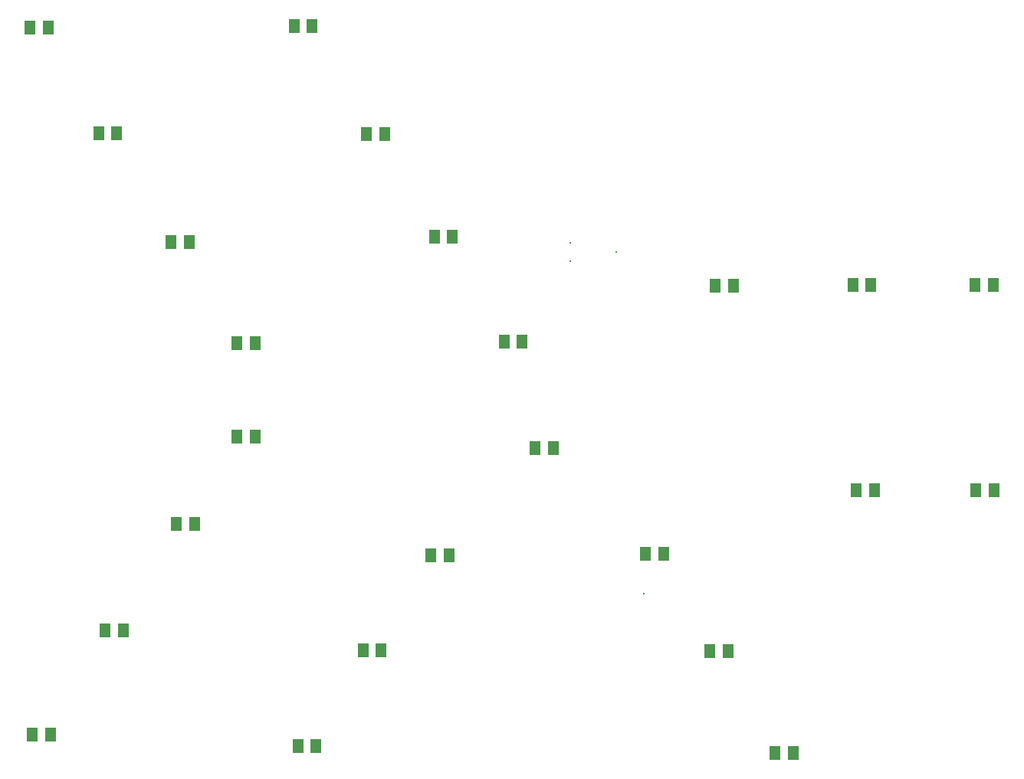
<source format=gbr>
G04*
G04 #@! TF.GenerationSoftware,Altium Limited,Altium Designer,20.2.6 (244)*
G04*
G04 Layer_Color=8388736*
%FSLAX44Y44*%
%MOMM*%
G71*
G04*
G04 #@! TF.SameCoordinates,0F27BA18-1C3A-4387-AE1D-EB8F93CB1518*
G04*
G04*
G04 #@! TF.FilePolarity,Negative*
G04*
G01*
G75*
%ADD11R,1.2032X1.6032*%
%ADD12C,0.2032*%
%ADD13R,0.2032X0.2032*%
D11*
X2732000Y1571000D02*
D03*
X2712000D02*
D03*
X2864000D02*
D03*
X2844000D02*
D03*
X2728000Y1798000D02*
D03*
X2708000D02*
D03*
X2863000D02*
D03*
X2843000D02*
D03*
X2642000Y1280000D02*
D03*
X2622000D02*
D03*
X2576000Y1797000D02*
D03*
X2556000D02*
D03*
X2499000Y1500000D02*
D03*
X2479000D02*
D03*
X2570000Y1393000D02*
D03*
X2550000D02*
D03*
X2187000Y1394000D02*
D03*
X2167000D02*
D03*
X2115000Y1288000D02*
D03*
X2095000D02*
D03*
X2377000Y1617000D02*
D03*
X2357000D02*
D03*
X2262000Y1499000D02*
D03*
X2242000D02*
D03*
X2266000Y1851000D02*
D03*
X2246000D02*
D03*
X2343000Y1735000D02*
D03*
X2323000D02*
D03*
X2111000Y2084000D02*
D03*
X2091000D02*
D03*
X2191000Y1964000D02*
D03*
X2171000D02*
D03*
X1895000Y1965000D02*
D03*
X1875000D02*
D03*
X1819000Y2082000D02*
D03*
X1799000D02*
D03*
X2048000Y1733000D02*
D03*
X2028000D02*
D03*
X1975000Y1845000D02*
D03*
X1955000D02*
D03*
X1981000Y1533000D02*
D03*
X1961000D02*
D03*
X2048000Y1630000D02*
D03*
X2028000D02*
D03*
X1822000Y1301000D02*
D03*
X1802000D02*
D03*
X1902000Y1416000D02*
D03*
X1882000D02*
D03*
D12*
X2395780Y1823730D02*
D03*
X2395780Y1844050D02*
D03*
X2446580Y1833890D02*
D03*
D13*
X2477510Y1456540D02*
D03*
M02*

</source>
